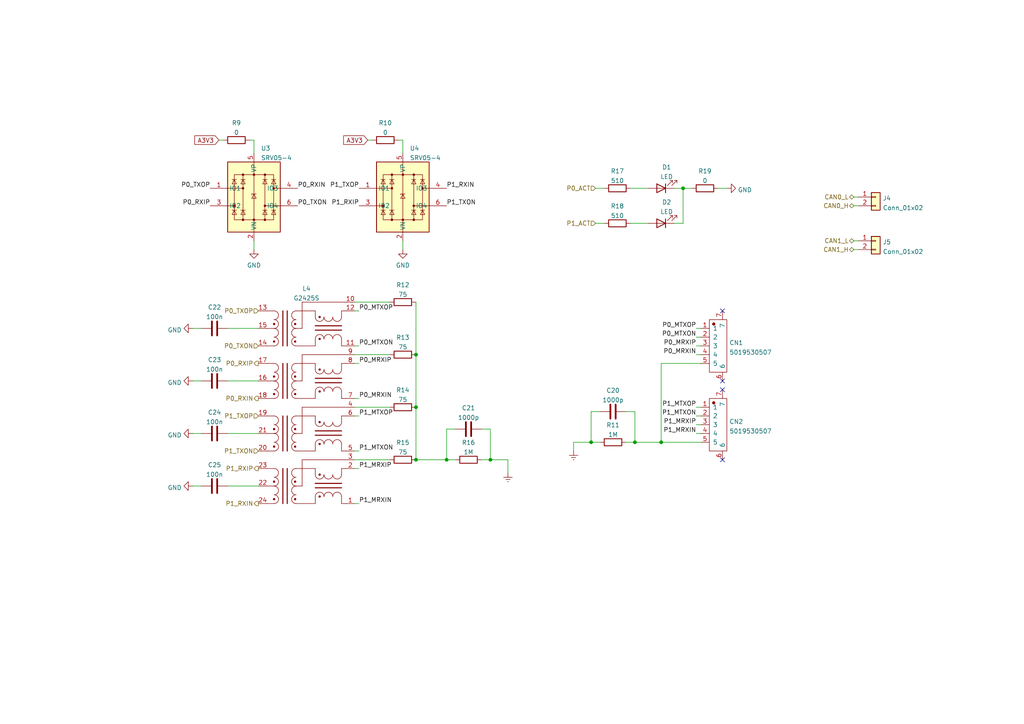
<source format=kicad_sch>
(kicad_sch (version 20211123) (generator eeschema)
  (paper "A4")
  (lib_symbols
    (symbol "Connector_Generic:Conn_01x02" (pin_names (offset 1.016) hide)
      (property "Reference" "J" (at 0 2.54 0))
      (property "Value" "Conn_01x02" (at 0 -5.08 0))
      (symbol "Conn_01x02_1_1"
        (rectangle (start -1.27 -2.413) (end 0 -2.667) (stroke (width 0.1524)))
        (rectangle (start -1.27 0.127) (end 0 -0.127) (stroke (width 0.1524)))
        (rectangle (start -1.27 1.27) (end 1.27 -3.81) (stroke (width 0.254)) (fill (type background)))
        (pin passive line (at -5.08 0 0) (length 3.81) (name "Pin_1") (number "1"))
        (pin passive line (at -5.08 -2.54 0) (length 3.81) (name "Pin_2") (number "2"))
      )
    )
    (symbol "Device:C" (pin_numbers hide) (pin_names (offset 0.254))
      (property "Reference" "C" (at 0.635 2.54 0))
      (property "Value" "C" (at 0.635 -2.54 0))
      (symbol "C_0_1"
        (polyline (pts (xy -2.032 -0.762) (xy 2.032 -0.762)) (stroke (width 0.508)))
        (polyline (pts (xy -2.032 0.762) (xy 2.032 0.762)) (stroke (width 0.508)))
      )
      (symbol "C_1_1"
        (pin passive line (at 0 3.81 270) (length 2.794) (name "~") (number "1"))
        (pin passive line (at 0 -3.81 90) (length 2.794) (name "~") (number "2"))
      )
    )
    (symbol "Device:LED" (pin_numbers hide) (pin_names (offset 1.016) hide)
      (property "Reference" "D" (at 0 2.54 0))
      (property "Value" "LED" (at 0 -2.54 0))
      (symbol "LED_0_1"
        (polyline (pts (xy -1.27 -1.27) (xy -1.27 1.27)) (stroke (width 0.254)))
        (polyline (pts (xy -1.27 0) (xy 1.27 0)))
        (polyline (pts (xy 1.27 -1.27) (xy 1.27 1.27) (xy -1.27 0) (xy 1.27 -1.27)) (stroke (width 0.254)))
        (polyline (pts (xy -3.048 -0.762) (xy -4.572 -2.286) (xy -3.81 -2.286) (xy -4.572 -2.286) (xy -4.572 -1.524)))
        (polyline (pts (xy -1.778 -0.762) (xy -3.302 -2.286) (xy -2.54 -2.286) (xy -3.302 -2.286) (xy -3.302 -1.524)))
      )
      (symbol "LED_1_1"
        (pin passive line (at -3.81 0 0) (length 2.54) (name "K") (number "1"))
        (pin passive line (at 3.81 0 180) (length 2.54) (name "A") (number "2"))
      )
    )
    (symbol "Device:R" (pin_numbers hide) (pin_names (offset 0))
      (property "Reference" "R" (at 2.032 0 90))
      (property "Value" "R" (at 0 0 90))
      (symbol "R_0_1"
        (rectangle (start -1.016 -2.54) (end 1.016 2.54) (stroke (width 0.254)))
      )
      (symbol "R_1_1"
        (pin passive line (at 0 3.81 270) (length 1.27) (name "~") (number "1"))
        (pin passive line (at 0 -3.81 90) (length 1.27) (name "~") (number "2"))
      )
    )
    (symbol "ECAT:5019530507" (pin_names (offset 1.016))
      (property "Reference" "CN" (at 0 12.954 0))
      (property "Value" "5019530507" (at 0 18.034 0))
      (symbol "5019530507_1_1"
        (rectangle (start -2.54 7.62) (end 2.54 -7.62) (stroke (width 0.1524)))
        (circle (center -1.27 6.35) (radius 0.381) (stroke (width 0.1524)) (fill (type outline)))
        (pin passive line (at -5.08 5.08 0) (length 2.54) (name "1") (number "1"))
        (pin passive line (at -5.08 2.54 0) (length 2.54) (name "2") (number "2"))
        (pin passive line (at -5.08 0 0) (length 2.54) (name "3") (number "3"))
        (pin passive line (at -5.08 -2.54 0) (length 2.54) (name "4") (number "4"))
        (pin passive line (at -5.08 -5.08 0) (length 2.54) (name "5") (number "5"))
        (pin passive line (at 1.27 -10.16 90) (length 2.54) (name "6") (number "6"))
        (pin passive line (at 1.27 10.16 270) (length 2.54) (name "7") (number "7"))
      )
    )
    (symbol "ECAT:G2425S" (pin_names (offset 1.016) hide)
      (property "Reference" "L" (at 0 35.687 0))
      (property "Value" "G2425S" (at 0 40.767 0))
      (symbol "G2425S_1_1"
        (arc (start -11.43 -17.272) (mid -10.16 -18.542) (end -8.89 -17.272) (stroke (width 0.1524)))
        (arc (start -11.43 -2.032) (mid -10.16 -3.302) (end -8.89 -2.032) (stroke (width 0.1524)))
        (arc (start -11.43 13.208) (mid -10.16 11.938) (end -8.89 13.208) (stroke (width 0.1524)))
        (arc (start -11.43 28.448) (mid -10.16 27.178) (end -8.89 28.448) (stroke (width 0.1524)))
        (arc (start -8.89 -23.622) (mid -10.16 -22.352) (end -11.43 -23.622) (stroke (width 0.1524)))
        (arc (start -8.89 -17.272) (mid -7.62 -18.542) (end -6.35 -17.272) (stroke (width 0.1524)))
        (arc (start -8.89 -8.382) (mid -10.16 -7.112) (end -11.43 -8.382) (stroke (width 0.1524)))
        (arc (start -8.89 -2.032) (mid -7.62 -3.302) (end -6.35 -2.032) (stroke (width 0.1524)))
        (arc (start -8.89 6.858) (mid -10.16 8.128) (end -11.43 6.858) (stroke (width 0.1524)))
        (arc (start -8.89 13.208) (mid -7.62 11.938) (end -6.35 13.208) (stroke (width 0.1524)))
        (arc (start -8.89 22.098) (mid -10.16 23.368) (end -11.43 22.098) (stroke (width 0.1524)))
        (arc (start -8.89 28.448) (mid -7.62 27.178) (end -6.35 28.448) (stroke (width 0.1524)))
        (arc (start -6.35 -23.622) (mid -7.62 -22.352) (end -8.89 -23.622) (stroke (width 0.1524)))
        (arc (start -6.35 -17.272) (mid -5.08 -18.542) (end -3.81 -17.272) (stroke (width 0.1524)))
        (arc (start -6.35 -8.382) (mid -7.62 -7.112) (end -8.89 -8.382) (stroke (width 0.1524)))
        (arc (start -6.35 -2.032) (mid -5.08 -3.302) (end -3.81 -2.032) (stroke (width 0.1524)))
        (arc (start -6.35 6.858) (mid -7.62 8.128) (end -8.89 6.858) (stroke (width 0.1524)))
        (arc (start -6.35 13.208) (mid -5.08 11.938) (end -3.81 13.208) (stroke (width 0.1524)))
        (arc (start -6.35 22.098) (mid -7.62 23.368) (end -8.89 22.098) (stroke (width 0.1524)))
        (arc (start -6.35 28.448) (mid -5.08 27.178) (end -3.81 28.448) (stroke (width 0.1524)))
        (circle (center -5.08 -23.622) (radius 0.254) (stroke (width 0.1524)) (fill (type outline)))
        (circle (center -5.08 -17.272) (radius 0.254) (stroke (width 0.1524)) (fill (type outline)))
        (circle (center -5.08 -8.382) (radius 0.254) (stroke (width 0.1524)) (fill (type outline)))
        (circle (center -5.08 -2.032) (radius 0.254) (stroke (width 0.1524)) (fill (type outline)))
        (circle (center -5.08 6.858) (radius 0.254) (stroke (width 0.1524)) (fill (type outline)))
        (circle (center -5.08 13.208) (radius 0.254) (stroke (width 0.1524)) (fill (type outline)))
        (circle (center -5.08 22.098) (radius 0.254) (stroke (width 0.1524)) (fill (type outline)))
        (circle (center -5.08 28.448) (radius 0.254) (stroke (width 0.1524)) (fill (type outline)))
        (arc (start -3.81 -23.622) (mid -5.08 -22.352) (end -6.35 -23.622) (stroke (width 0.1524)))
        (arc (start -3.81 -8.382) (mid -5.08 -7.112) (end -6.35 -8.382) (stroke (width 0.1524)))
        (arc (start -3.81 6.858) (mid -5.08 8.128) (end -6.35 6.858) (stroke (width 0.1524)))
        (arc (start -3.81 22.098) (mid -5.08 23.368) (end -6.35 22.098) (stroke (width 0.1524)))
        (polyline (pts (xy -11.43 -25.4) (xy -12.7 -25.4)) (stroke (width 0.1524)))
        (polyline (pts (xy -11.43 -23.622) (xy -11.43 -25.4)) (stroke (width 0.1524)))
        (polyline (pts (xy -11.43 -17.272) (xy -11.43 -15.24)) (stroke (width 0.1524)))
        (polyline (pts (xy -11.43 -15.24) (xy -12.7 -15.24)) (stroke (width 0.1524)))
        (polyline (pts (xy -11.43 -10.16) (xy -12.7 -10.16)) (stroke (width 0.1524)))
        (polyline (pts (xy -11.43 -8.382) (xy -11.43 -10.16)) (stroke (width 0.1524)))
        (polyline (pts (xy -11.43 -2.032) (xy -11.43 0)) (stroke (width 0.1524)))
        (polyline (pts (xy -11.43 0) (xy -12.7 0)) (stroke (width 0.1524)))
        (polyline (pts (xy -11.43 5.08) (xy -12.7 5.08)) (stroke (width 0.1524)))
        (polyline (pts (xy -11.43 6.858) (xy -11.43 5.08)) (stroke (width 0.1524)))
        (polyline (pts (xy -11.43 13.208) (xy -11.43 15.24)) (stroke (width 0.1524)))
        (polyline (pts (xy -11.43 15.24) (xy -12.7 15.24)) (stroke (width 0.1524)))
        (polyline (pts (xy -11.43 20.32) (xy -12.7 20.32)) (stroke (width 0.1524)))
        (polyline (pts (xy -11.43 22.098) (xy -11.43 20.32)) (stroke (width 0.1524)))
        (polyline (pts (xy -11.43 28.448) (xy -11.43 30.48)) (stroke (width 0.1524)))
        (polyline (pts (xy -11.43 30.48) (xy -12.7 30.48)) (stroke (width 0.1524)))
        (polyline (pts (xy -3.81 -25.4) (xy -3.81 -23.622)) (stroke (width 0.1524)))
        (polyline (pts (xy -3.81 -21.082) (xy -11.43 -21.082)) (stroke (width 0.3048)))
        (polyline (pts (xy -3.81 -19.812) (xy -11.43 -19.812)) (stroke (width 0.3048)))
        (polyline (pts (xy -3.81 -15.24) (xy -3.81 -17.272)) (stroke (width 0.1524)))
        (polyline (pts (xy -3.81 -15.24) (xy 1.778 -15.24)) (stroke (width 0.1524)))
        (polyline (pts (xy -3.81 -10.16) (xy -3.81 -8.382)) (stroke (width 0.1524)))
        (polyline (pts (xy -3.81 -5.842) (xy -11.43 -5.842)) (stroke (width 0.3048)))
        (polyline (pts (xy -3.81 -4.572) (xy -11.43 -4.572)) (stroke (width 0.3048)))
        (polyline (pts (xy -3.81 0) (xy -3.81 -2.032)) (stroke (width 0.1524)))
        (polyline (pts (xy -3.81 0) (xy 1.778 0)) (stroke (width 0.1524)))
        (polyline (pts (xy -3.81 5.08) (xy -3.81 6.858)) (stroke (width 0.1524)))
        (polyline (pts (xy -3.81 9.398) (xy -11.43 9.398)) (stroke (width 0.3048)))
        (polyline (pts (xy -3.81 10.668) (xy -11.43 10.668)) (stroke (width 0.3048)))
        (polyline (pts (xy -3.81 15.24) (xy -3.81 13.208)) (stroke (width 0.1524)))
        (polyline (pts (xy -3.81 15.24) (xy 1.778 15.24)) (stroke (width 0.1524)))
        (polyline (pts (xy -3.81 20.32) (xy -3.81 22.098)) (stroke (width 0.1524)))
        (polyline (pts (xy -3.81 24.638) (xy -11.43 24.638)) (stroke (width 0.3048)))
        (polyline (pts (xy -3.81 25.908) (xy -11.43 25.908)) (stroke (width 0.3048)))
        (polyline (pts (xy -3.81 30.48) (xy -3.81 28.448)) (stroke (width 0.1524)))
        (polyline (pts (xy -3.81 30.48) (xy 1.778 30.48)) (stroke (width 0.1524)))
        (polyline (pts (xy 0 -27.94) (xy -12.7 -27.94)) (stroke (width 0.1524)))
        (polyline (pts (xy 0 -20.32) (xy 0 -27.94)) (stroke (width 0.1524)))
        (polyline (pts (xy 0 -12.7) (xy -12.7 -12.7)) (stroke (width 0.1524)))
        (polyline (pts (xy 0 -5.08) (xy 0 -12.7)) (stroke (width 0.1524)))
        (polyline (pts (xy 0 2.54) (xy -12.7 2.54)) (stroke (width 0.1524)))
        (polyline (pts (xy 0 10.16) (xy 0 2.54)) (stroke (width 0.1524)))
        (polyline (pts (xy 0 17.78) (xy -12.7 17.78)) (stroke (width 0.1524)))
        (polyline (pts (xy 0 25.4) (xy 0 17.78)) (stroke (width 0.1524)))
        (polyline (pts (xy 1.778 -25.4) (xy -3.81 -25.4)) (stroke (width 0.1524)))
        (polyline (pts (xy 1.778 -20.32) (xy 0 -20.32)) (stroke (width 0.1524)))
        (polyline (pts (xy 1.778 -10.16) (xy -3.81 -10.16)) (stroke (width 0.1524)))
        (polyline (pts (xy 1.778 -5.08) (xy 0 -5.08)) (stroke (width 0.1524)))
        (polyline (pts (xy 1.778 5.08) (xy -3.81 5.08)) (stroke (width 0.1524)))
        (polyline (pts (xy 1.778 10.16) (xy 0 10.16)) (stroke (width 0.1524)))
        (polyline (pts (xy 1.778 20.32) (xy -3.81 20.32)) (stroke (width 0.1524)))
        (polyline (pts (xy 1.778 25.4) (xy 0 25.4)) (stroke (width 0.1524)))
        (polyline (pts (xy 4.318 -25.4) (xy 4.318 -15.24)) (stroke (width 0.3048)))
        (polyline (pts (xy 4.318 -10.16) (xy 4.318 0)) (stroke (width 0.3048)))
        (polyline (pts (xy 4.318 5.08) (xy 4.318 15.24)) (stroke (width 0.3048)))
        (polyline (pts (xy 4.318 20.32) (xy 4.318 30.48)) (stroke (width 0.3048)))
        (polyline (pts (xy 5.588 -25.4) (xy 5.588 -15.24)) (stroke (width 0.3048)))
        (polyline (pts (xy 5.588 -10.16) (xy 5.588 0)) (stroke (width 0.3048)))
        (polyline (pts (xy 5.588 5.08) (xy 5.588 15.24)) (stroke (width 0.3048)))
        (polyline (pts (xy 5.588 20.32) (xy 5.588 30.48)) (stroke (width 0.3048)))
        (polyline (pts (xy 10.16 -25.4) (xy 8.128 -25.4)) (stroke (width 0.1524)))
        (polyline (pts (xy 10.16 -20.32) (xy 8.128 -20.32)) (stroke (width 0.1524)))
        (polyline (pts (xy 10.16 -15.24) (xy 8.128 -15.24)) (stroke (width 0.1524)))
        (polyline (pts (xy 10.16 -10.16) (xy 8.128 -10.16)) (stroke (width 0.1524)))
        (polyline (pts (xy 10.16 -5.08) (xy 8.128 -5.08)) (stroke (width 0.1524)))
        (polyline (pts (xy 10.16 0) (xy 8.128 0)) (stroke (width 0.1524)))
        (polyline (pts (xy 10.16 5.08) (xy 8.128 5.08)) (stroke (width 0.1524)))
        (polyline (pts (xy 10.16 10.16) (xy 8.128 10.16)) (stroke (width 0.1524)))
        (polyline (pts (xy 10.16 15.24) (xy 8.128 15.24)) (stroke (width 0.1524)))
        (polyline (pts (xy 10.16 20.32) (xy 8.128 20.32)) (stroke (width 0.1524)))
        (polyline (pts (xy 10.16 25.4) (xy 8.128 25.4)) (stroke (width 0.1524)))
        (polyline (pts (xy 10.16 30.48) (xy 8.128 30.48)) (stroke (width 0.1524)))
        (arc (start 1.778 -25.4) (mid 3.048 -24.13) (end 1.778 -22.86) (stroke (width 0.1524)))
        (arc (start 1.778 -22.86) (mid 3.048 -21.59) (end 1.778 -20.32) (stroke (width 0.1524)))
        (arc (start 1.778 -20.32) (mid 3.048 -19.05) (end 1.778 -17.78) (stroke (width 0.1524)))
        (arc (start 1.778 -17.78) (mid 3.048 -16.51) (end 1.778 -15.24) (stroke (width 0.1524)))
        (arc (start 1.778 -10.16) (mid 3.048 -8.89) (end 1.778 -7.62) (stroke (width 0.1524)))
        (arc (start 1.778 -7.62) (mid 3.048 -6.35) (end 1.778 -5.08) (stroke (width 0.1524)))
        (arc (start 1.778 -5.08) (mid 3.048 -3.81) (end 1.778 -2.54) (stroke (width 0.1524)))
        (arc (start 1.778 -2.54) (mid 3.048 -1.27) (end 1.778 0) (stroke (width 0.1524)))
        (arc (start 1.778 5.08) (mid 3.048 6.35) (end 1.778 7.62) (stroke (width 0.1524)))
        (arc (start 1.778 7.62) (mid 3.048 8.89) (end 1.778 10.16) (stroke (width 0.1524)))
        (arc (start 1.778 10.16) (mid 3.048 11.43) (end 1.778 12.7) (stroke (width 0.1524)))
        (arc (start 1.778 12.7) (mid 3.048 13.97) (end 1.778 15.24) (stroke (width 0.1524)))
        (arc (start 1.778 20.32) (mid 3.048 21.59) (end 1.778 22.86) (stroke (width 0.1524)))
        (arc (start 1.778 22.86) (mid 3.048 24.13) (end 1.778 25.4) (stroke (width 0.1524)))
        (arc (start 1.778 25.4) (mid 3.048 26.67) (end 1.778 27.94) (stroke (width 0.1524)))
        (arc (start 1.778 27.94) (mid 3.048 29.21) (end 1.778 30.48) (stroke (width 0.1524)))
        (circle (center 2.032 -21.59) (radius 0.254) (stroke (width 0.1524)) (fill (type outline)))
        (circle (center 2.032 -16.51) (radius 0.254) (stroke (width 0.1524)) (fill (type outline)))
        (circle (center 2.032 -6.35) (radius 0.254) (stroke (width 0.1524)) (fill (type outline)))
        (circle (center 2.032 -1.27) (radius 0.254) (stroke (width 0.1524)) (fill (type outline)))
        (circle (center 2.032 8.89) (radius 0.254) (stroke (width 0.1524)) (fill (type outline)))
        (circle (center 2.032 13.97) (radius 0.254) (stroke (width 0.1524)) (fill (type outline)))
        (circle (center 2.032 24.13) (radius 0.254) (stroke (width 0.1524)) (fill (type outline)))
        (circle (center 2.032 29.21) (radius 0.254) (stroke (width 0.1524)) (fill (type outline)))
        (arc (start 8.128 -22.86) (mid 6.858 -24.13) (end 8.128 -25.4) (stroke (width 0.1524)))
        (circle (center 8.128 -21.59) (radius 0.254) (stroke (width 0.1524)) (fill (type outline)))
        (arc (start 8.128 -20.32) (mid 6.858 -21.59) (end 8.128 -22.86) (stroke (width 0.1524)))
        (arc (start 8.128 -17.78) (mid 6.858 -19.05) (end 8.128 -20.32) (stroke (width 0.1524)))
        (circle (center 8.128 -16.51) (radius 0.254) (stroke (width 0.1524)) (fill (type outline)))
        (arc (start 8.128 -15.24) (mid 6.858 -16.51) (end 8.128 -17.78) (stroke (width 0.1524)))
        (arc (start 8.128 -7.62) (mid 6.858 -8.89) (end 8.128 -10.16) (stroke (width 0.1524)))
        (circle (center 8.128 -6.35) (radius 0.254) (stroke (width 0.1524)) (fill (type outline)))
        (arc (start 8.128 -5.08) (mid 6.858 -6.35) (end 8.128 -7.62) (stroke (width 0.1524)))
        (arc (start 8.128 -2.54) (mid 6.858 -3.81) (end 8.128 -5.08) (stroke (width 0.1524)))
        (circle (center 8.128 -1.27) (radius 0.254) (stroke (width 0.1524)) (fill (type outline)))
        (arc (start 8.128 0) (mid 6.858 -1.27) (end 8.128 -2.54) (stroke (width 0.1524)))
        (arc (start 8.128 7.62) (mid 6.858 6.35) (end 8.128 5.08) (stroke (width 0.1524)))
        (circle (center 8.128 8.89) (radius 0.254) (stroke (width 0.1524)) (fill (type outline)))
        (arc (start 8.128 10.16) (mid 6.858 8.89) (end 8.128 7.62) (stroke (width 0.1524)))
        (arc (start 8.128 12.7) (mid 6.858 11.43) (end 8.128 10.16) (stroke (width 0.1524)))
        (circle (center 8.128 13.97) (radius 0.254) (stroke (width 0.1524)) (fill (type outline)))
        (arc (start 8.128 15.24) (mid 6.858 13.97) (end 8.128 12.7) (stroke (width 0.1524)))
        (arc (start 8.128 22.86) (mid 6.858 21.59) (end 8.128 20.32) (stroke (width 0.1524)))
        (circle (center 8.128 24.13) (radius 0.254) (stroke (width 0.1524)) (fill (type outline)))
        (arc (start 8.128 25.4) (mid 6.858 24.13) (end 8.128 22.86) (stroke (width 0.1524)))
        (arc (start 8.128 27.94) (mid 6.858 26.67) (end 8.128 25.4) (stroke (width 0.1524)))
        (circle (center 8.128 29.21) (radius 0.254) (stroke (width 0.1524)) (fill (type outline)))
        (arc (start 8.128 30.48) (mid 6.858 29.21) (end 8.128 27.94) (stroke (width 0.1524)))
        (pin input line (at -15.24 30.48 0) (length 2.54) (name "1") (number "1"))
        (pin input line (at -15.24 -27.94 0) (length 2.54) (name "10") (number "10"))
        (pin input line (at -15.24 -15.24 0) (length 2.54) (name "11") (number "11"))
        (pin input line (at -15.24 -25.4 0) (length 2.54) (name "12") (number "12"))
        (pin input line (at 12.7 -25.4 180) (length 2.54) (name "13") (number "13"))
        (pin input line (at 12.7 -15.24 180) (length 2.54) (name "14") (number "14"))
        (pin input line (at 12.7 -20.32 180) (length 2.54) (name "15") (number "15"))
        (pin input line (at 12.7 -5.08 180) (length 2.54) (name "16") (number "16"))
        (pin input line (at 12.7 -10.16 180) (length 2.54) (name "17") (number "17"))
        (pin input line (at 12.7 0 180) (length 2.54) (name "18") (number "18"))
        (pin input line (at 12.7 5.08 180) (length 2.54) (name "19") (number "19"))
        (pin input line (at -15.24 20.32 0) (length 2.54) (name "2") (number "2"))
        (pin input line (at 12.7 15.24 180) (length 2.54) (name "20") (number "20"))
        (pin input line (at 12.7 10.16 180) (length 2.54) (name "21") (number "21"))
        (pin input line (at 12.7 25.4 180) (length 2.54) (name "22") (number "22"))
        (pin input line (at 12.7 20.32 180) (length 2.54) (name "23") (number "23"))
        (pin input line (at 12.7 30.48 180) (length 2.54) (name "24") (number "24"))
        (pin input line (at -15.24 17.78 0) (length 2.54) (name "3") (number "3"))
        (pin input line (at -15.24 2.54 0) (length 2.54) (name "4") (number "4"))
        (pin input line (at -15.24 15.24 0) (length 2.54) (name "5") (number "5"))
        (pin input line (at -15.24 5.08 0) (length 2.54) (name "6") (number "6"))
        (pin input line (at -15.24 0 0) (length 2.54) (name "7") (number "7"))
        (pin input line (at -15.24 -10.16 0) (length 2.54) (name "8") (number "8"))
        (pin input line (at -15.24 -12.7 0) (length 2.54) (name "9") (number "9"))
      )
    )
    (symbol "ECAT:SRV05-4"
      (property "Reference" "U" (at 8.89 -12.7 0))
      (property "Value" "SRV05-4" (at 0 17.78 0))
      (symbol "SRV05-4_0_0"
        (rectangle (start -5.715 6.477) (end 5.715 -6.604))
        (polyline (pts (xy -3.175 -6.604) (xy -3.175 6.477)))
        (polyline (pts (xy 3.175 6.477) (xy 3.175 -6.604)))
      )
      (symbol "SRV05-4_0_1"
        (rectangle (start -7.62 10.16) (end 7.62 -10.16) (stroke (width 0.254)) (fill (type background)))
        (circle (center -5.715 -2.54) (radius 0.2794) (fill (type outline)))
        (circle (center -3.175 -6.604) (radius 0.2794) (fill (type outline)))
        (circle (center -3.175 2.54) (radius 0.2794) (fill (type outline)))
        (circle (center -3.175 6.477) (radius 0.2794) (fill (type outline)))
        (circle (center 0 -6.604) (radius 0.2794) (fill (type outline)))
        (polyline (pts (xy -7.747 2.54) (xy -3.175 2.54)))
        (polyline (pts (xy -7.62 -2.54) (xy -5.715 -2.54)))
        (polyline (pts (xy -5.08 -3.81) (xy -6.35 -3.81)))
        (polyline (pts (xy -5.08 5.08) (xy -6.35 5.08)))
        (polyline (pts (xy -2.54 -3.81) (xy -3.81 -3.81)))
        (polyline (pts (xy -2.54 5.08) (xy -3.81 5.08)))
        (polyline (pts (xy 0 10.16) (xy 0 -10.16)))
        (polyline (pts (xy 3.81 -3.81) (xy 2.54 -3.81)))
        (polyline (pts (xy 3.81 5.08) (xy 2.54 5.08)))
        (polyline (pts (xy 6.35 -3.81) (xy 5.08 -3.81)))
        (polyline (pts (xy 6.35 5.08) (xy 5.08 5.08)))
        (polyline (pts (xy 7.62 -2.54) (xy 3.175 -2.54)))
        (polyline (pts (xy 7.62 2.54) (xy 5.715 2.54)))
        (polyline (pts (xy 0.635 0.889) (xy -0.635 0.889) (xy -0.635 0.635)))
        (polyline (pts (xy -5.08 -5.08) (xy -6.35 -5.08) (xy -5.715 -3.81) (xy -5.08 -5.08)))
        (polyline (pts (xy -5.08 3.81) (xy -6.35 3.81) (xy -5.715 5.08) (xy -5.08 3.81)))
        (polyline (pts (xy -2.54 -5.08) (xy -3.81 -5.08) (xy -3.175 -3.81) (xy -2.54 -5.08)))
        (polyline (pts (xy -2.54 3.81) (xy -3.81 3.81) (xy -3.175 5.08) (xy -2.54 3.81)))
        (polyline (pts (xy 0.635 -0.381) (xy -0.635 -0.381) (xy 0 0.889) (xy 0.635 -0.381)))
        (polyline (pts (xy 3.81 -5.08) (xy 2.54 -5.08) (xy 3.175 -3.81) (xy 3.81 -5.08)))
        (polyline (pts (xy 3.81 3.81) (xy 2.54 3.81) (xy 3.175 5.08) (xy 3.81 3.81)))
        (polyline (pts (xy 6.35 -5.08) (xy 5.08 -5.08) (xy 5.715 -3.81) (xy 6.35 -5.08)))
        (polyline (pts (xy 6.35 3.81) (xy 5.08 3.81) (xy 5.715 5.08) (xy 6.35 3.81)))
        (circle (center 0 6.477) (radius 0.2794) (fill (type outline)))
        (circle (center 3.175 -6.604) (radius 0.2794) (fill (type outline)))
        (circle (center 3.175 -2.54) (radius 0.2794) (fill (type outline)))
        (circle (center 3.175 6.477) (radius 0.2794) (fill (type outline)))
        (circle (center 5.715 2.54) (radius 0.2794) (fill (type outline)))
      )
      (symbol "SRV05-4_1_1"
        (pin passive line (at -12.7 2.54 0) (length 5.08) (name "IO1") (number "1"))
        (pin passive line (at 0 -12.7 90) (length 2.54) (name "VN") (number "2"))
        (pin passive line (at -12.7 -2.54 0) (length 5.08) (name "IO2") (number "3"))
        (pin passive line (at 12.7 2.54 180) (length 5.08) (name "IO3") (number "4"))
        (pin passive line (at 0 12.7 270) (length 2.54) (name "VP") (number "5"))
        (pin passive line (at 12.7 -2.54 180) (length 5.08) (name "IO4") (number "6"))
      )
    )
    (symbol "power:Earth" (power) (pin_names (offset 0))
      (symbol "Earth_0_1"
        (polyline (pts (xy -0.635 -1.905) (xy 0.635 -1.905)))
        (polyline (pts (xy -0.127 -2.54) (xy 0.127 -2.54)))
        (polyline (pts (xy 0 -1.27) (xy 0 0)))
        (polyline (pts (xy 1.27 -1.27) (xy -1.27 -1.27)))
      )
      (symbol "Earth_1_1"
        (pin power_in line (at 0 0 270) (length 0) hide (name "Earth") (number "1"))
      )
    )
    (symbol "power:GND" (power) (pin_names (offset 0))
      (property "Value" "GND" (at 0 -3.81 0))
      (symbol "GND_0_1"
        (polyline (pts (xy 0 0) (xy 0 -1.27) (xy 1.27 -1.27) (xy 0 -2.54) (xy -1.27 -1.27) (xy 0 -1.27)))
      )
      (symbol "GND_1_1"
        (pin power_in line (at 0 0 270) (length 0) hide (name "GND") (number "1"))
      )
    )
  )
  (junction (at 184.15 128.27))
  (junction (at 191.77 128.27))
  (junction (at 198.12 54.61))
  (junction (at 171.45 128.27))
  (junction (at 120.65 118.11))
  (junction (at 120.65 133.35))
  (junction (at 120.65 102.87))
  (junction (at 129.54 133.35))
  (junction (at 142.24 133.35))
  (no_connect (at 209.55 110.49))
  (no_connect (at 209.55 133.35))
  (no_connect (at 209.55 113.03))
  (no_connect (at 209.55 90.17))
  (wire (pts (xy 247.65 59.69) (xy 248.92 59.69)))
  (wire (pts (xy 191.77 105.41) (xy 191.77 128.27)))
  (wire (pts (xy 182.88 54.61) (xy 187.96 54.61)))
  (wire (pts (xy 66.04 140.97) (xy 74.93 140.97)))
  (wire (pts (xy 104.14 100.33) (xy 102.87 100.33)))
  (wire (pts (xy 102.87 118.11) (xy 113.03 118.11)))
  (wire (pts (xy 73.66 40.64) (xy 73.66 44.45)))
  (wire (pts (xy 102.87 133.35) (xy 113.03 133.35)))
  (wire (pts (xy 120.65 133.35) (xy 129.54 133.35)))
  (wire (pts (xy 104.14 105.41) (xy 102.87 105.41)))
  (wire (pts (xy 55.88 125.73) (xy 58.42 125.73)))
  (wire (pts (xy 173.99 119.38) (xy 171.45 119.38)))
  (wire (pts (xy 104.14 120.65) (xy 102.87 120.65)))
  (wire (pts (xy 120.65 87.63) (xy 120.65 102.87)))
  (wire (pts (xy 55.88 140.97) (xy 58.42 140.97)))
  (wire (pts (xy 66.04 125.73) (xy 74.93 125.73)))
  (wire (pts (xy 166.37 130.81) (xy 166.37 128.27)))
  (wire (pts (xy 247.65 69.85) (xy 248.92 69.85)))
  (wire (pts (xy 116.84 40.64) (xy 116.84 44.45)))
  (wire (pts (xy 73.66 69.85) (xy 73.66 72.39)))
  (wire (pts (xy 201.93 102.87) (xy 203.2 102.87)))
  (wire (pts (xy 201.93 97.79) (xy 203.2 97.79)))
  (wire (pts (xy 172.72 64.77) (xy 175.26 64.77)))
  (wire (pts (xy 104.14 90.17) (xy 102.87 90.17)))
  (wire (pts (xy 120.65 102.87) (xy 120.65 118.11)))
  (wire (pts (xy 201.93 120.65) (xy 203.2 120.65)))
  (wire (pts (xy 104.14 135.89) (xy 102.87 135.89)))
  (wire (pts (xy 182.88 64.77) (xy 187.96 64.77)))
  (wire (pts (xy 181.61 119.38) (xy 184.15 119.38)))
  (wire (pts (xy 184.15 119.38) (xy 184.15 128.27)))
  (wire (pts (xy 201.93 100.33) (xy 203.2 100.33)))
  (wire (pts (xy 63.5 40.64) (xy 64.77 40.64)))
  (wire (pts (xy 142.24 124.46) (xy 142.24 133.35)))
  (wire (pts (xy 247.65 72.39) (xy 248.92 72.39)))
  (wire (pts (xy 120.65 118.11) (xy 120.65 133.35)))
  (wire (pts (xy 66.04 110.49) (xy 74.93 110.49)))
  (wire (pts (xy 201.93 125.73) (xy 203.2 125.73)))
  (wire (pts (xy 166.37 128.27) (xy 171.45 128.27)))
  (wire (pts (xy 147.32 137.16) (xy 147.32 133.35)))
  (wire (pts (xy 55.88 95.25) (xy 58.42 95.25)))
  (wire (pts (xy 139.7 133.35) (xy 142.24 133.35)))
  (wire (pts (xy 104.14 130.81) (xy 102.87 130.81)))
  (wire (pts (xy 147.32 133.35) (xy 142.24 133.35)))
  (wire (pts (xy 55.88 110.49) (xy 58.42 110.49)))
  (wire (pts (xy 115.57 40.64) (xy 116.84 40.64)))
  (wire (pts (xy 66.04 95.25) (xy 74.93 95.25)))
  (wire (pts (xy 129.54 124.46) (xy 129.54 133.35)))
  (wire (pts (xy 171.45 128.27) (xy 173.99 128.27)))
  (wire (pts (xy 139.7 124.46) (xy 142.24 124.46)))
  (wire (pts (xy 198.12 54.61) (xy 200.66 54.61)))
  (wire (pts (xy 106.68 40.64) (xy 107.95 40.64)))
  (wire (pts (xy 198.12 54.61) (xy 198.12 64.77)))
  (wire (pts (xy 195.58 54.61) (xy 198.12 54.61)))
  (wire (pts (xy 203.2 105.41) (xy 191.77 105.41)))
  (wire (pts (xy 247.65 57.15) (xy 248.92 57.15)))
  (wire (pts (xy 195.58 64.77) (xy 198.12 64.77)))
  (wire (pts (xy 102.87 102.87) (xy 113.03 102.87)))
  (wire (pts (xy 201.93 95.25) (xy 203.2 95.25)))
  (wire (pts (xy 191.77 128.27) (xy 203.2 128.27)))
  (wire (pts (xy 132.08 124.46) (xy 129.54 124.46)))
  (wire (pts (xy 181.61 128.27) (xy 184.15 128.27)))
  (wire (pts (xy 201.93 123.19) (xy 203.2 123.19)))
  (wire (pts (xy 210.82 54.61) (xy 208.28 54.61)))
  (wire (pts (xy 72.39 40.64) (xy 73.66 40.64)))
  (wire (pts (xy 171.45 119.38) (xy 171.45 128.27)))
  (wire (pts (xy 104.14 115.57) (xy 102.87 115.57)))
  (wire (pts (xy 184.15 128.27) (xy 191.77 128.27)))
  (wire (pts (xy 104.14 146.05) (xy 102.87 146.05)))
  (wire (pts (xy 102.87 87.63) (xy 113.03 87.63)))
  (wire (pts (xy 116.84 69.85) (xy 116.84 72.39)))
  (wire (pts (xy 129.54 133.35) (xy 132.08 133.35)))
  (wire (pts (xy 172.72 54.61) (xy 175.26 54.61)))
  (wire (pts (xy 201.93 118.11) (xy 203.2 118.11)))
  (label "P1_MRXIN" (at 201.93 125.73 180))
  (label "P1_MTXOP" (at 201.93 118.11 180))
  (label "P0_MTXON" (at 104.14 100.33 0))
  (label "P1_RXIN" (at 129.54 54.61 0))
  (label "P1_TXON" (at 129.54 59.69 0))
  (label "P0_TXON" (at 86.36 59.69 0))
  (label "P1_MRXIP" (at 201.93 123.19 180))
  (label "P0_MRXIN" (at 201.93 102.87 180))
  (label "P1_MRXIP" (at 104.14 135.89 0))
  (label "P0_RXIN" (at 86.36 54.61 0))
  (label "P1_MTXOP" (at 104.14 120.65 0))
  (label "P0_MRXIN" (at 104.14 115.57 0))
  (label "P1_TXOP" (at 104.14 54.61 180))
  (label "P0_TXOP" (at 60.96 54.61 180))
  (label "P1_MRXIN" (at 104.14 146.05 0))
  (label "P0_RXIP" (at 60.96 59.69 180))
  (label "P0_MTXOP" (at 104.14 90.17 0))
  (label "P0_MTXOP" (at 201.93 95.25 180))
  (label "P0_MRXIP" (at 201.93 100.33 180))
  (label "P1_MTXON" (at 104.14 130.81 0))
  (label "P1_RXIP" (at 104.14 59.69 180))
  (label "P0_MRXIP" (at 104.14 105.41 0))
  (label "P1_MTXON" (at 201.93 120.65 180))
  (label "P0_MTXON" (at 201.93 97.79 180))
  (global_label "A3V3" (shape input) (at 63.5 40.64 180) (property "Intersheet References" "${INTERSHEET_REFS}" (effects hide)))
  (global_label "A3V3" (shape input) (at 106.68 40.64 180) (property "Intersheet References" "${INTERSHEET_REFS}" (effects hide)))
  (hierarchical_label "CAN0_L" (shape bidirectional) (at 247.65 57.15 180))
  (hierarchical_label "CAN0_H" (shape bidirectional) (at 247.65 59.69 180))
  (hierarchical_label "P0_TXOP" (shape input) (at 74.93 90.17 180))
  (hierarchical_label "P1_ACT" (shape input) (at 172.72 64.77 180))
  (hierarchical_label "P1_TXON" (shape input) (at 74.93 130.81 180))
  (hierarchical_label "P1_RXIN" (shape output) (at 74.93 146.05 180))
  (hierarchical_label "P0_TXON" (shape input) (at 74.93 100.33 180))
  (hierarchical_label "CAN1_H" (shape bidirectional) (at 247.65 72.39 180))
  (hierarchical_label "P0_RXIP" (shape output) (at 74.93 105.41 180))
  (hierarchical_label "CAN1_L" (shape bidirectional) (at 247.65 69.85 180))
  (hierarchical_label "P0_ACT" (shape input) (at 172.72 54.61 180))
  (hierarchical_label "P1_RXIP" (shape output) (at 74.93 135.89 180))
  (hierarchical_label "P0_RXIN" (shape output) (at 74.93 115.57 180))
  (hierarchical_label "P1_TXOP" (shape input) (at 74.93 120.65 180))
  (symbol (lib_id "Device:R") (at 177.8 128.27 90) (unit 1)
    (property "Reference" "R11" (at 177.8 123.2875 90))
    (property "Value" "1M" (at 177.8 126.0626 90))
    (property "Footprint" "Resistor_SMD:R_1206_3216Metric" (effects hide))
  )
  (symbol (lib_id "Device:C") (at 62.23 125.73 90) (unit 1)
    (property "Reference" "C24" (at 62.23 119.6045 90))
    (property "Value" "100n" (at 62.23 122.3796 90))
    (property "Footprint" "Capacitor_SMD:C_0603_1608Metric" (effects hide))
  )
  (symbol (lib_id "Connector_Generic:Conn_01x02") (at 254 57.15 0) (unit 1)
    (property "Reference" "J4" (at 256.032 57.5115 0) (effects (justify left)))
    (property "Value" "Conn_01x02" (at 256.032 60.2866 0) (effects (justify left)))
    (property "Footprint" "Connector_JST:JST_GH_SM02B-GHS-TB_1x02-1MP_P1.25mm_Horizontal" (effects hide))
  )
  (symbol (lib_id "power:GND") (at 55.88 125.73 270) (unit 1)
    (property "Reference" "#PWR0136" (effects hide))
    (property "Value" "GND" (at 52.7051 126.209 90) (effects (justify right)))
  )
  (symbol (lib_id "power:GND") (at 73.66 72.39 0) (unit 1)
    (property "Reference" "#PWR0183" (effects hide))
    (property "Value" "GND" (at 73.66 76.9525 0))
  )
  (symbol (lib_id "Device:R") (at 68.58 40.64 90) (unit 1)
    (property "Reference" "R9" (at 68.58 35.6575 90))
    (property "Value" "0" (at 68.58 38.4326 90))
    (property "Footprint" "Resistor_SMD:R_0603_1608Metric" (effects hide))
  )
  (symbol (lib_id "Device:R") (at 111.76 40.64 90) (unit 1)
    (property "Reference" "R10" (at 111.76 35.6575 90))
    (property "Value" "0" (at 111.76 38.4326 90))
    (property "Footprint" "Resistor_SMD:R_0603_1608Metric" (effects hide))
  )
  (symbol (lib_id "Device:R") (at 116.84 118.11 90) (unit 1)
    (property "Reference" "R14" (at 116.84 113.1275 90))
    (property "Value" "75" (at 116.84 115.9026 90))
    (property "Footprint" "Resistor_SMD:R_0603_1608Metric" (effects hide))
  )
  (symbol (lib_id "Device:C") (at 62.23 110.49 90) (unit 1)
    (property "Reference" "C23" (at 62.23 104.3645 90))
    (property "Value" "100n" (at 62.23 107.1396 90))
    (property "Footprint" "Capacitor_SMD:C_0603_1608Metric" (effects hide))
  )
  (symbol (lib_id "ECAT:SRV05-4") (at 73.66 57.15 0) (unit 1)
    (property "Reference" "U3" (at 75.6794 43.0235 0) (effects (justify left)))
    (property "Value" "SRV05-4" (at 75.6794 45.7986 0) (effects (justify left)))
    (property "Footprint" "Package_TO_SOT_SMD:SOT-23-6" (effects hide))
  )
  (symbol (lib_id "Device:C") (at 62.23 140.97 90) (unit 1)
    (property "Reference" "C25" (at 62.23 134.8445 90))
    (property "Value" "100n" (at 62.23 137.6196 90))
    (property "Footprint" "Capacitor_SMD:C_0603_1608Metric" (effects hide))
  )
  (symbol (lib_id "Device:C") (at 62.23 95.25 90) (unit 1)
    (property "Reference" "C22" (at 62.23 89.1245 90))
    (property "Value" "100n" (at 62.23 91.8996 90))
    (property "Footprint" "Capacitor_SMD:C_0603_1608Metric" (effects hide))
  )
  (symbol (lib_id "Connector_Generic:Conn_01x02") (at 254 69.85 0) (unit 1)
    (property "Reference" "J5" (at 256.032 70.2115 0) (effects (justify left)))
    (property "Value" "Conn_01x02" (at 256.032 72.9866 0) (effects (justify left)))
    (property "Footprint" "Connector_JST:JST_GH_SM02B-GHS-TB_1x02-1MP_P1.25mm_Horizontal" (effects hide))
  )
  (symbol (lib_id "Device:C") (at 177.8 119.38 90) (unit 1)
    (property "Reference" "C20" (at 177.8 113.2545 90))
    (property "Value" "1000p" (at 177.8 116.0296 90))
    (property "Footprint" "Capacitor_SMD:C_1206_3216Metric" (effects hide))
  )
  (symbol (lib_id "power:GND") (at 116.84 72.39 0) (unit 1)
    (property "Reference" "#PWR0184" (effects hide))
    (property "Value" "GND" (at 116.84 76.9525 0))
  )
  (symbol (lib_id "power:GND") (at 55.88 110.49 270) (unit 1)
    (property "Reference" "#PWR0138" (effects hide))
    (property "Value" "GND" (at 52.7051 110.969 90) (effects (justify right)))
  )
  (symbol (lib_id "Device:C") (at 135.89 124.46 90) (unit 1)
    (property "Reference" "C21" (at 135.89 118.3345 90))
    (property "Value" "1000p" (at 135.89 121.1096 90))
    (property "Footprint" "Capacitor_SMD:C_1206_3216Metric" (effects hide))
  )
  (symbol (lib_id "power:GND") (at 55.88 140.97 270) (unit 1)
    (property "Reference" "#PWR0137" (effects hide))
    (property "Value" "GND" (at 52.7051 141.449 90) (effects (justify right)))
  )
  (symbol (lib_id "Device:R") (at 116.84 102.87 90) (unit 1)
    (property "Reference" "R13" (at 116.84 97.8875 90))
    (property "Value" "75" (at 116.84 100.6626 90))
    (property "Footprint" "Resistor_SMD:R_0603_1608Metric" (effects hide))
  )
  (symbol (lib_id "Device:R") (at 116.84 133.35 90) (unit 1)
    (property "Reference" "R15" (at 116.84 128.3675 90))
    (property "Value" "75" (at 116.84 131.1426 90))
    (property "Footprint" "Resistor_SMD:R_0603_1608Metric" (effects hide))
  )
  (symbol (lib_id "ECAT:5019530507") (at 208.28 123.19 0) (unit 1)
    (property "Reference" "CN2" (at 211.5312 122.2815 0) (effects (justify left)))
    (property "Value" "5019530507" (at 211.5312 125.0566 0) (effects (justify left)))
    (property "Footprint" "EXTRA IC:CONN-TH_5019530507" (effects hide))
    (property "SuppliersPartNumber" "C563926" (effects hide))
    (property "uuid" "std:3b7e3205ed74440ebffb368979b46337" (effects hide))
  )
  (symbol (lib_id "Device:R") (at 116.84 87.63 90) (unit 1)
    (property "Reference" "R12" (at 116.84 82.6475 90))
    (property "Value" "75" (at 116.84 85.4226 90))
    (property "Footprint" "Resistor_SMD:R_0603_1608Metric" (effects hide))
  )
  (symbol (lib_id "power:GND") (at 55.88 95.25 270) (unit 1)
    (property "Reference" "#PWR0139" (effects hide))
    (property "Value" "GND" (at 52.7051 95.729 90) (effects (justify right)))
  )
  (symbol (lib_id "Device:R") (at 135.89 133.35 90) (unit 1)
    (property "Reference" "R16" (at 135.89 128.3675 90))
    (property "Value" "1M" (at 135.89 131.1426 90))
    (property "Footprint" "Resistor_SMD:R_1206_3216Metric" (effects hide))
  )
  (symbol (lib_id "power:Earth") (at 166.37 130.81 0) (unit 1)
    (property "Reference" "#PWR0135" (effects hide))
    (property "Value" "Earth" (effects hide))
  )
  (symbol (lib_id "Device:LED") (at 191.77 64.77 180) (unit 1)
    (property "Reference" "D2" (at 193.3575 58.6445 0))
    (property "Value" "LED" (at 193.3575 61.4196 0))
    (property "Footprint" "LED_SMD:LED_0603_1608Metric" (effects hide))
  )
  (symbol (lib_id "Device:LED") (at 191.77 54.61 180) (unit 1)
    (property "Reference" "D1" (at 193.3575 48.4845 0))
    (property "Value" "LED" (at 193.3575 51.2596 0))
    (property "Footprint" "LED_SMD:LED_0603_1608Metric" (effects hide))
  )
  (symbol (lib_id "Device:R") (at 179.07 64.77 90) (unit 1)
    (property "Reference" "R18" (at 179.07 59.7875 90))
    (property "Value" "510" (at 179.07 62.5626 90))
    (property "Footprint" "Resistor_SMD:R_0603_1608Metric" (effects hide))
  )
  (symbol (lib_id "ECAT:G2425S") (at 87.63 115.57 180) (unit 1)
    (property "Reference" "L4" (at 88.9 83.7143 0))
    (property "Value" "G2425S" (at 88.9 86.4894 0))
    (property "Footprint" "EXTRA IC:SMD-24_L16.5-W9.0-P1.27-LS9.7-BL" (effects hide))
    (property "SuppliersPartNumber" "C2837257" (effects hide))
    (property "uuid" "std:2ec9b3a300f84b91a40afc2faccf8c27" (effects hide))
  )
  (symbol (lib_id "ECAT:SRV05-4") (at 116.84 57.15 0) (unit 1)
    (property "Reference" "U4" (at 118.8594 43.0235 0) (effects (justify left)))
    (property "Value" "SRV05-4" (at 118.8594 45.7986 0) (effects (justify left)))
    (property "Footprint" "Package_TO_SOT_SMD:SOT-23-6" (effects hide))
  )
  (symbol (lib_id "Device:R") (at 204.47 54.61 90) (unit 1)
    (property "Reference" "R19" (at 204.47 49.6275 90))
    (property "Value" "0" (at 204.47 52.4026 90))
    (property "Footprint" "Resistor_SMD:R_0603_1608Metric" (effects hide))
  )
  (symbol (lib_id "power:Earth") (at 147.32 137.16 0) (unit 1)
    (property "Reference" "#PWR0132" (effects hide))
    (property "Value" "Earth" (effects hide))
  )
  (symbol (lib_id "Device:R") (at 179.07 54.61 90) (unit 1)
    (property "Reference" "R17" (at 179.07 49.6275 90))
    (property "Value" "510" (at 179.07 52.4026 90))
    (property "Footprint" "Resistor_SMD:R_0603_1608Metric" (effects hide))
  )
  (symbol (lib_id "power:GND") (at 210.82 54.61 90) (unit 1)
    (property "Reference" "#PWR0140" (effects hide))
    (property "Value" "GND" (at 213.995 55.089 90) (effects (justify right)))
  )
  (symbol (lib_id "ECAT:5019530507") (at 208.28 100.33 0) (unit 1)
    (property "Reference" "CN1" (at 211.5312 99.4215 0) (effects (justify left)))
    (property "Value" "5019530507" (at 211.5312 102.1966 0) (effects (justify left)))
    (property "Footprint" "EXTRA IC:CONN-TH_5019530507" (effects hide))
    (property "SuppliersPartNumber" "C563926" (effects hide))
    (property "uuid" "std:3b7e3205ed74440ebffb368979b46337" (effects hide))
  )
)
</source>
